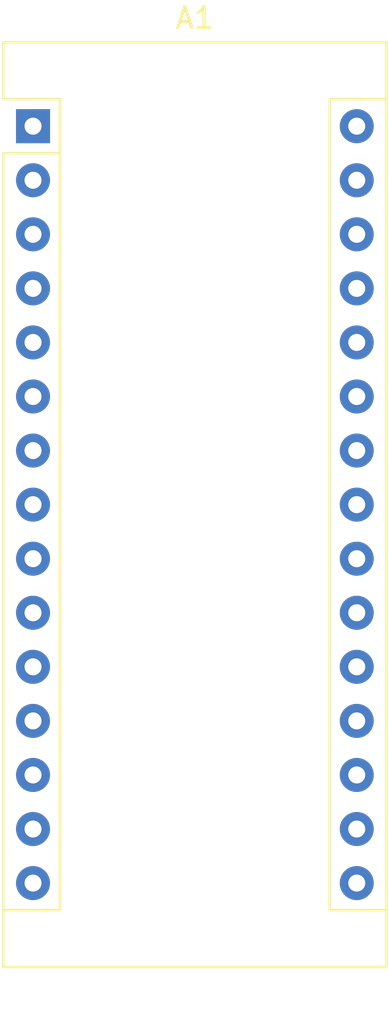
<source format=kicad_pcb>
(kicad_pcb (version 20171130) (host pcbnew "(5.1.4)-1")

  (general
    (thickness 1.6)
    (drawings 0)
    (tracks 0)
    (zones 0)
    (modules 1)
    (nets 1)
  )

  (page A4)
  (layers
    (0 F.Cu signal)
    (31 B.Cu signal)
    (32 B.Adhes user)
    (33 F.Adhes user)
    (34 B.Paste user)
    (35 F.Paste user)
    (36 B.SilkS user)
    (37 F.SilkS user)
    (38 B.Mask user)
    (39 F.Mask user)
    (40 Dwgs.User user)
    (41 Cmts.User user)
    (42 Eco1.User user)
    (43 Eco2.User user)
    (44 Edge.Cuts user)
    (45 Margin user)
    (46 B.CrtYd user)
    (47 F.CrtYd user)
    (48 B.Fab user)
    (49 F.Fab user)
  )

  (setup
    (last_trace_width 0.25)
    (trace_clearance 0.2)
    (zone_clearance 0.508)
    (zone_45_only no)
    (trace_min 0.2)
    (via_size 0.8)
    (via_drill 0.4)
    (via_min_size 0.4)
    (via_min_drill 0.3)
    (uvia_size 0.3)
    (uvia_drill 0.1)
    (uvias_allowed no)
    (uvia_min_size 0.2)
    (uvia_min_drill 0.1)
    (edge_width 0.05)
    (segment_width 0.2)
    (pcb_text_width 0.3)
    (pcb_text_size 1.5 1.5)
    (mod_edge_width 0.12)
    (mod_text_size 1 1)
    (mod_text_width 0.15)
    (pad_size 1.524 1.524)
    (pad_drill 0.762)
    (pad_to_mask_clearance 0.051)
    (solder_mask_min_width 0.25)
    (aux_axis_origin 0 0)
    (visible_elements FFFFFF7F)
    (pcbplotparams
      (layerselection 0x010fc_ffffffff)
      (usegerberextensions false)
      (usegerberattributes false)
      (usegerberadvancedattributes false)
      (creategerberjobfile false)
      (excludeedgelayer true)
      (linewidth 0.100000)
      (plotframeref false)
      (viasonmask false)
      (mode 1)
      (useauxorigin false)
      (hpglpennumber 1)
      (hpglpenspeed 20)
      (hpglpendiameter 15.000000)
      (psnegative false)
      (psa4output false)
      (plotreference true)
      (plotvalue true)
      (plotinvisibletext false)
      (padsonsilk false)
      (subtractmaskfromsilk false)
      (outputformat 1)
      (mirror false)
      (drillshape 1)
      (scaleselection 1)
      (outputdirectory ""))
  )

  (net 0 "")

  (net_class Default "This is the default net class."
    (clearance 0.2)
    (trace_width 0.25)
    (via_dia 0.8)
    (via_drill 0.4)
    (uvia_dia 0.3)
    (uvia_drill 0.1)
    (add_net "Net-(A1-Pad1)")
    (add_net "Net-(A1-Pad10)")
    (add_net "Net-(A1-Pad11)")
    (add_net "Net-(A1-Pad12)")
    (add_net "Net-(A1-Pad13)")
    (add_net "Net-(A1-Pad14)")
    (add_net "Net-(A1-Pad15)")
    (add_net "Net-(A1-Pad16)")
    (add_net "Net-(A1-Pad17)")
    (add_net "Net-(A1-Pad18)")
    (add_net "Net-(A1-Pad19)")
    (add_net "Net-(A1-Pad2)")
    (add_net "Net-(A1-Pad20)")
    (add_net "Net-(A1-Pad21)")
    (add_net "Net-(A1-Pad22)")
    (add_net "Net-(A1-Pad23)")
    (add_net "Net-(A1-Pad24)")
    (add_net "Net-(A1-Pad25)")
    (add_net "Net-(A1-Pad26)")
    (add_net "Net-(A1-Pad27)")
    (add_net "Net-(A1-Pad28)")
    (add_net "Net-(A1-Pad29)")
    (add_net "Net-(A1-Pad3)")
    (add_net "Net-(A1-Pad30)")
    (add_net "Net-(A1-Pad4)")
    (add_net "Net-(A1-Pad5)")
    (add_net "Net-(A1-Pad6)")
    (add_net "Net-(A1-Pad7)")
    (add_net "Net-(A1-Pad8)")
    (add_net "Net-(A1-Pad9)")
  )

  (module Module:Arduino_Nano (layer F.Cu) (tedit 58ACAF70) (tstamp 5FB93666)
    (at 140.081 92.456)
    (descr "Arduino Nano, http://www.mouser.com/pdfdocs/Gravitech_Arduino_Nano3_0.pdf")
    (tags "Arduino Nano")
    (path /5FB8F8F3)
    (fp_text reference A1 (at 7.62 -5.08) (layer F.SilkS)
      (effects (font (size 1 1) (thickness 0.15)))
    )
    (fp_text value Arduino_Nano_v2.x (at 8.89 19.05 90) (layer F.Fab)
      (effects (font (size 1 1) (thickness 0.15)))
    )
    (fp_line (start 16.75 42.16) (end -1.53 42.16) (layer F.CrtYd) (width 0.05))
    (fp_line (start 16.75 42.16) (end 16.75 -4.06) (layer F.CrtYd) (width 0.05))
    (fp_line (start -1.53 -4.06) (end -1.53 42.16) (layer F.CrtYd) (width 0.05))
    (fp_line (start -1.53 -4.06) (end 16.75 -4.06) (layer F.CrtYd) (width 0.05))
    (fp_line (start 16.51 -3.81) (end 16.51 39.37) (layer F.Fab) (width 0.1))
    (fp_line (start 0 -3.81) (end 16.51 -3.81) (layer F.Fab) (width 0.1))
    (fp_line (start -1.27 -2.54) (end 0 -3.81) (layer F.Fab) (width 0.1))
    (fp_line (start -1.27 39.37) (end -1.27 -2.54) (layer F.Fab) (width 0.1))
    (fp_line (start 16.51 39.37) (end -1.27 39.37) (layer F.Fab) (width 0.1))
    (fp_line (start 16.64 -3.94) (end -1.4 -3.94) (layer F.SilkS) (width 0.12))
    (fp_line (start 16.64 39.5) (end 16.64 -3.94) (layer F.SilkS) (width 0.12))
    (fp_line (start -1.4 39.5) (end 16.64 39.5) (layer F.SilkS) (width 0.12))
    (fp_line (start 3.81 41.91) (end 3.81 31.75) (layer F.Fab) (width 0.1))
    (fp_line (start 11.43 41.91) (end 3.81 41.91) (layer F.Fab) (width 0.1))
    (fp_line (start 11.43 31.75) (end 11.43 41.91) (layer F.Fab) (width 0.1))
    (fp_line (start 3.81 31.75) (end 11.43 31.75) (layer F.Fab) (width 0.1))
    (fp_line (start 1.27 36.83) (end -1.4 36.83) (layer F.SilkS) (width 0.12))
    (fp_line (start 1.27 1.27) (end 1.27 36.83) (layer F.SilkS) (width 0.12))
    (fp_line (start 1.27 1.27) (end -1.4 1.27) (layer F.SilkS) (width 0.12))
    (fp_line (start 13.97 36.83) (end 16.64 36.83) (layer F.SilkS) (width 0.12))
    (fp_line (start 13.97 -1.27) (end 13.97 36.83) (layer F.SilkS) (width 0.12))
    (fp_line (start 13.97 -1.27) (end 16.64 -1.27) (layer F.SilkS) (width 0.12))
    (fp_line (start -1.4 -3.94) (end -1.4 -1.27) (layer F.SilkS) (width 0.12))
    (fp_line (start -1.4 1.27) (end -1.4 39.5) (layer F.SilkS) (width 0.12))
    (fp_line (start 1.27 -1.27) (end -1.4 -1.27) (layer F.SilkS) (width 0.12))
    (fp_line (start 1.27 1.27) (end 1.27 -1.27) (layer F.SilkS) (width 0.12))
    (fp_text user %R (at 6.35 19.05 90) (layer F.Fab)
      (effects (font (size 1 1) (thickness 0.15)))
    )
    (pad 16 thru_hole oval (at 15.24 35.56) (size 1.6 1.6) (drill 0.8) (layers *.Cu *.Mask))
    (pad 15 thru_hole oval (at 0 35.56) (size 1.6 1.6) (drill 0.8) (layers *.Cu *.Mask))
    (pad 30 thru_hole oval (at 15.24 0) (size 1.6 1.6) (drill 0.8) (layers *.Cu *.Mask))
    (pad 14 thru_hole oval (at 0 33.02) (size 1.6 1.6) (drill 0.8) (layers *.Cu *.Mask))
    (pad 29 thru_hole oval (at 15.24 2.54) (size 1.6 1.6) (drill 0.8) (layers *.Cu *.Mask))
    (pad 13 thru_hole oval (at 0 30.48) (size 1.6 1.6) (drill 0.8) (layers *.Cu *.Mask))
    (pad 28 thru_hole oval (at 15.24 5.08) (size 1.6 1.6) (drill 0.8) (layers *.Cu *.Mask))
    (pad 12 thru_hole oval (at 0 27.94) (size 1.6 1.6) (drill 0.8) (layers *.Cu *.Mask))
    (pad 27 thru_hole oval (at 15.24 7.62) (size 1.6 1.6) (drill 0.8) (layers *.Cu *.Mask))
    (pad 11 thru_hole oval (at 0 25.4) (size 1.6 1.6) (drill 0.8) (layers *.Cu *.Mask))
    (pad 26 thru_hole oval (at 15.24 10.16) (size 1.6 1.6) (drill 0.8) (layers *.Cu *.Mask))
    (pad 10 thru_hole oval (at 0 22.86) (size 1.6 1.6) (drill 0.8) (layers *.Cu *.Mask))
    (pad 25 thru_hole oval (at 15.24 12.7) (size 1.6 1.6) (drill 0.8) (layers *.Cu *.Mask))
    (pad 9 thru_hole oval (at 0 20.32) (size 1.6 1.6) (drill 0.8) (layers *.Cu *.Mask))
    (pad 24 thru_hole oval (at 15.24 15.24) (size 1.6 1.6) (drill 0.8) (layers *.Cu *.Mask))
    (pad 8 thru_hole oval (at 0 17.78) (size 1.6 1.6) (drill 0.8) (layers *.Cu *.Mask))
    (pad 23 thru_hole oval (at 15.24 17.78) (size 1.6 1.6) (drill 0.8) (layers *.Cu *.Mask))
    (pad 7 thru_hole oval (at 0 15.24) (size 1.6 1.6) (drill 0.8) (layers *.Cu *.Mask))
    (pad 22 thru_hole oval (at 15.24 20.32) (size 1.6 1.6) (drill 0.8) (layers *.Cu *.Mask))
    (pad 6 thru_hole oval (at 0 12.7) (size 1.6 1.6) (drill 0.8) (layers *.Cu *.Mask))
    (pad 21 thru_hole oval (at 15.24 22.86) (size 1.6 1.6) (drill 0.8) (layers *.Cu *.Mask))
    (pad 5 thru_hole oval (at 0 10.16) (size 1.6 1.6) (drill 0.8) (layers *.Cu *.Mask))
    (pad 20 thru_hole oval (at 15.24 25.4) (size 1.6 1.6) (drill 0.8) (layers *.Cu *.Mask))
    (pad 4 thru_hole oval (at 0 7.62) (size 1.6 1.6) (drill 0.8) (layers *.Cu *.Mask))
    (pad 19 thru_hole oval (at 15.24 27.94) (size 1.6 1.6) (drill 0.8) (layers *.Cu *.Mask))
    (pad 3 thru_hole oval (at 0 5.08) (size 1.6 1.6) (drill 0.8) (layers *.Cu *.Mask))
    (pad 18 thru_hole oval (at 15.24 30.48) (size 1.6 1.6) (drill 0.8) (layers *.Cu *.Mask))
    (pad 2 thru_hole oval (at 0 2.54) (size 1.6 1.6) (drill 0.8) (layers *.Cu *.Mask))
    (pad 17 thru_hole oval (at 15.24 33.02) (size 1.6 1.6) (drill 0.8) (layers *.Cu *.Mask))
    (pad 1 thru_hole rect (at 0 0) (size 1.6 1.6) (drill 0.8) (layers *.Cu *.Mask))
    (model ${KISYS3DMOD}/Module.3dshapes/Arduino_Nano_WithMountingHoles.wrl
      (at (xyz 0 0 0))
      (scale (xyz 1 1 1))
      (rotate (xyz 0 0 0))
    )
  )

)

</source>
